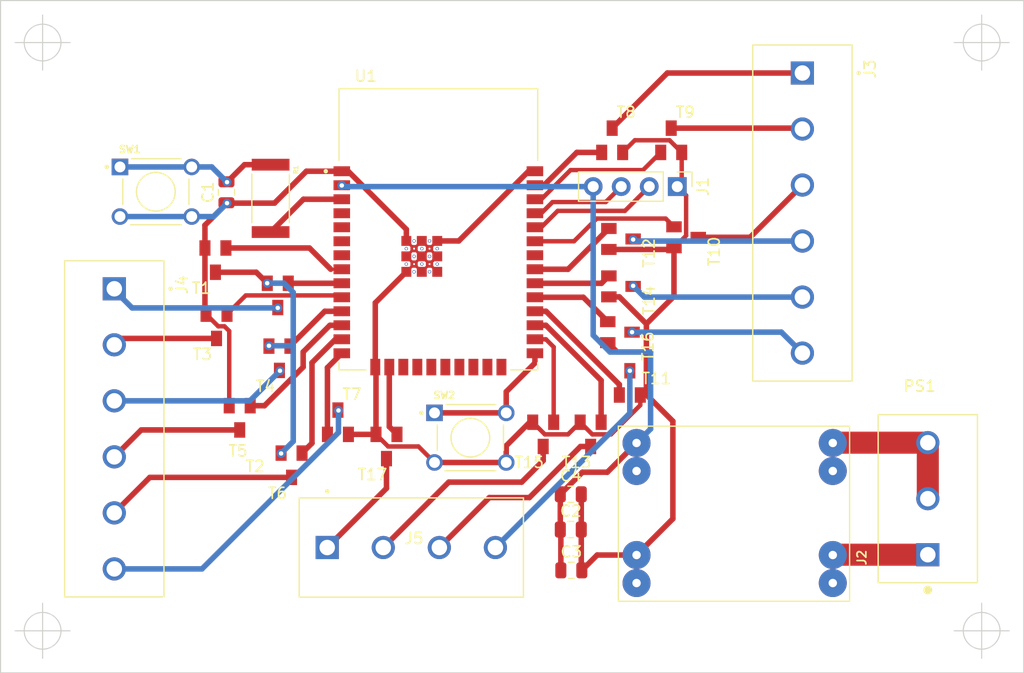
<source format=kicad_pcb>
(kicad_pcb (version 20211014) (generator pcbnew)
  (layers (0 "F.Cu" signal) (31 "B.Cu" signal) (34 "B.Paste" user) (35 "F.Paste" user) (36 "B.SilkS" user "B.Silkscreen") (37 "F.SilkS" user "F.Silkscreen") (38 "B.Mask" user) (39 "F.Mask" user) (44 "Edge.Cuts" user))
  (net 0 "")
  (net 1 "GND")
  (net 2 "Net-(C1-Pad2)")
  (net 3 "r1")
  (net 4 "r2")
  (net 5 "r3")
  (net 6 "r4")
  (net 7 "r5")
  (net 8 "r6")
  (net 9 "o1g")
  (net 10 "o1r")
  (net 11 "o2g")
  (net 12 "o2r")
  (net 13 "o3g")
  (net 14 "o3r")
  (net 15 "g1")
  (net 16 "g2")
  (net 17 "g3")
  (net 18 "g4")
  (net 19 "Net-(R1-Pad2)")
  (net 20 "Net-(SW2-Pad1)")
  (net 21 "Net-(T1-Pad3)")
  (net 22 "Net-(J1-Pad3)")
  (net 23 "Net-(J1-Pad2)")
  (net 24 "Net-(PS1-Pad2a)")
  (net 25 "Net-(T1-Pad1)")
  (net 26 "Net-(T2-Pad1)")
  (net 27 "Net-(T3-Pad1)")
  (net 28 "Net-(T4-Pad1)")
  (net 29 "Net-(T5-Pad1)")
  (net 30 "Net-(T6-Pad1)")
  (net 31 "Net-(T7-Pad1)")
  (net 32 "Net-(T8-Pad1)")
  (net 33 "Net-(T9-Pad1)")
  (net 34 "Net-(T10-Pad1)")
  (net 35 "Net-(T11-Pad1)")
  (net 36 "Net-(T12-Pad1)")
  (net 37 "Net-(T13-Pad1)")
  (net 38 "Net-(T14-Pad1)")
  (net 52 "+3V3")
  (net 53 "Net-(T15-Pad1)")
  (net 54 "Net-(T16-Pad1)")
  (net 55 "Net-(T17-Pad1)")
  (net 60 "Net-(PS1-Pad1a)")
  (footprint "libraries:SOT23" (layer "F.Cu") (at 130.45 101.5675 180)
    (fp_text reference "T15" (at 1.27142 -2.54284) (layer "F.SilkS") (effects (font (size 1.001118 1.001118))))
    (fp_text value "BC848")
    (pad "1" smd rect locked (at -0.95 1.1 180) (size 1 1.4) (layers "F.Cu" "F.Paste" "F.Mask") (net 53 "Net-(T15-Pad1)"))
    (pad "2" smd rect locked (at 0.95 1.1 180) (size 1 1.4) (layers "F.Cu" "F.Paste" "F.Mask") (net 1 "GND"))
    (pad "3" smd rect locked (at 0 -1.1 180) (size 1 1.4) (layers "F.Cu" "F.Paste" "F.Mask") (net 16 "g2"))
  )
  (footprint "libraries:TE_282841-6" (layer "F.Cu") (at 91.5875 101.0675 -90)
    (fp_text reference "J4" (at -13.065 -6.135 90) (layer "F.SilkS"))
    (fp_text value "oranje")
    (fp_line (start 15.24 4.5) (end -15.24 4.5) (layer "F.SilkS") (width 0.127))
    (fp_line (start -15.24 -4.5) (end 15.24 -4.5) (layer "F.SilkS") (width 0.127))
    (fp_line (start -15.24 4.5) (end -15.24 -4.5) (layer "F.SilkS") (width 0.127))
    (fp_line (start 15.24 -4.5) (end 15.24 4.5) (layer "F.SilkS") (width 0.127))
    (fp_circle (center -12.7 -5.1) (end -12.6 -5.1) (layer "F.SilkS") (width 0.2) (fill none))
    (pad "1" thru_hole rect locked (at -12.7 0 270) (size 2.1 2.1) (drill 1.4) (layers *.Cu *.Mask) (net 9 "o1g"))
    (pad "2" thru_hole circle locked (at -7.62 0 270) (size 2.1 2.1) (drill 1.4) (layers *.Cu *.Mask) (net 10 "o1r"))
    (pad "3" thru_hole circle locked (at -2.54 0 270) (size 2.1 2.1) (drill 1.4) (layers *.Cu *.Mask) (net 11 "o2g"))
    (pad "4" thru_hole circle locked (at 2.54 0 270) (size 2.1 2.1) (drill 1.4) (layers *.Cu *.Mask) (net 12 "o2r"))
    (pad "5" thru_hole circle locked (at 7.62 0 270) (size 2.1 2.1) (drill 1.4) (layers *.Cu *.Mask) (net 13 "o3g"))
    (pad "6" thru_hole circle locked (at 12.7 0 270) (size 2.1 2.1) (drill 1.4) (layers *.Cu *.Mask) (net 14 "o3r"))
  )
  (footprint "libraries:SOT23" (layer "F.Cu") (at 102.95 100.0675 180)
    (fp_text reference "T5" (at 0.15 -3) (layer "F.SilkS") (effects (font (size 1.001118 1.001118))))
    (fp_text value "BC848")
    (pad "1" smd rect locked (at -0.95 1.1 180) (size 1 1.4) (layers "F.Cu" "F.Paste" "F.Mask") (net 29 "Net-(T5-Pad1)"))
    (pad "2" smd rect locked (at 0.95 1.1 180) (size 1 1.4) (layers "F.Cu" "F.Paste" "F.Mask") (net 1 "GND"))
    (pad "3" smd rect locked (at 0 -1.1 180) (size 1 1.4) (layers "F.Cu" "F.Paste" "F.Mask") (net 12 "o2r"))
  )
  (footprint "libraries:TE_282841-6" (layer "F.Cu") (at 153.9375 81.5 -90)
    (fp_text reference "J3" (at -13.065 -6.135 90) (layer "F.SilkS"))
    (fp_text value "rood")
    (fp_line (start -15.24 4.5) (end -15.24 -4.5) (layer "F.SilkS") (width 0.127))
    (fp_line (start 15.24 -4.5) (end 15.24 4.5) (layer "F.SilkS") (width 0.127))
    (fp_line (start -15.24 -4.5) (end 15.24 -4.5) (layer "F.SilkS") (width 0.127))
    (fp_line (start 15.24 4.5) (end -15.24 4.5) (layer "F.SilkS") (width 0.127))
    (fp_circle (center -12.7 -5.1) (end -12.6 -5.1) (layer "F.SilkS") (width 0.2) (fill none))
    (pad "1" thru_hole rect locked (at -12.7 0 270) (size 2.1 2.1) (drill 1.4) (layers *.Cu *.Mask) (net 3 "r1"))
    (pad "2" thru_hole circle locked (at -7.62 0 270) (size 2.1 2.1) (drill 1.4) (layers *.Cu *.Mask) (net 4 "r2"))
    (pad "3" thru_hole circle locked (at -2.54 0 270) (size 2.1 2.1) (drill 1.4) (layers *.Cu *.Mask) (net 5 "r3"))
    (pad "4" thru_hole circle locked (at 2.54 0 270) (size 2.1 2.1) (drill 1.4) (layers *.Cu *.Mask) (net 6 "r4"))
    (pad "5" thru_hole circle locked (at 7.62 0 270) (size 2.1 2.1) (drill 1.4) (layers *.Cu *.Mask) (net 7 "r5"))
    (pad "6" thru_hole circle locked (at 12.7 0 270) (size 2.1 2.1) (drill 1.4) (layers *.Cu *.Mask) (net 8 "r6"))
  )
  (footprint "libraries:SOT23" (layer "F.Cu") (at 116.25 102.6675 180)
    (fp_text reference "T17" (at 1.27142 -2.54284) (layer "F.SilkS") (effects (font (size 1.001118 1.001118))))
    (fp_text value "BC848")
    (pad "1" smd rect locked (at -0.95 1.1 180) (size 1 1.4) (layers "F.Cu" "F.Paste" "F.Mask") (net 55 "Net-(T17-Pad1)"))
    (pad "2" smd rect locked (at 0.95 1.1 180) (size 1 1.4) (layers "F.Cu" "F.Paste" "F.Mask") (net 1 "GND"))
    (pad "3" smd rect locked (at 0 -1.1 180) (size 1 1.4) (layers "F.Cu" "F.Paste" "F.Mask") (net 15 "g1"))
  )
  (footprint "Capacitor_SMD:C_0805_2012Metric" (layer "F.Cu") (at 132.95 110.2)
    (fp_text reference "C2" (at 0 -1.68) (layer "F.SilkS"))
    (fp_text value "220u")
    (fp_line (start -0.261252 -0.735) (end 0.261252 -0.735) (layer "F.SilkS") (width 0.12))
    (fp_line (start -0.261252 0.735) (end 0.261252 0.735) (layer "F.SilkS") (width 0.12))
    (pad "1" smd roundrect (at -0.95 0) (size 1 1.45) (layers "F.Cu" "F.Paste" "F.Mask") (net 52 "+3V3"))
    (pad "2" smd roundrect (at 0.95 0) (size 1 1.45) (layers "F.Cu" "F.Paste" "F.Mask") (net 1 "GND"))
  )
  (footprint "libraries:SOT23" (layer "F.Cu") (at 143.4 83.7 -90)
    (fp_text reference "T10" (at 1.27142 -2.54284 90) (layer "F.SilkS") (effects (font (size 1.001118 1.001118))))
    (fp_text value "BC848")
    (pad "1" smd rect locked (at -0.95 1.1 270) (size 1 1.4) (layers "F.Cu" "F.Paste" "F.Mask") (net 34 "Net-(T10-Pad1)"))
    (pad "2" smd rect locked (at 0.95 1.1 270) (size 1 1.4) (layers "F.Cu" "F.Paste" "F.Mask") (net 1 "GND"))
    (pad "3" smd rect locked (at 0 -1.1 270) (size 1 1.4) (layers "F.Cu" "F.Paste" "F.Mask") (net 5 "r3"))
  )
  (footprint "Connector_PinHeader_2.54mm:PinHeader_1x04_P2.54mm_Vertical" (layer "F.Cu") (at 142.6 79.1 -90)
    (fp_text reference "J1" (at 0 -2.33 90) (layer "F.SilkS"))
    (fp_text value "Conn_01x04_Female")
    (fp_line (start -1.33 1.27) (end -1.33 8.95) (layer "F.SilkS") (width 0.12))
    (fp_line (start 1.33 1.27) (end 1.33 8.95) (layer "F.SilkS") (width 0.12))
    (fp_line (start -1.33 0) (end -1.33 -1.33) (layer "F.SilkS") (width 0.12))
    (fp_line (start -1.33 -1.33) (end 0 -1.33) (layer "F.SilkS") (width 0.12))
    (fp_line (start -1.33 8.95) (end 1.33 8.95) (layer "F.SilkS") (width 0.12))
    (fp_line (start -1.33 1.27) (end 1.33 1.27) (layer "F.SilkS") (width 0.12))
    (pad "1" thru_hole rect (at 0 0 270) (size 1.7 1.7) (drill 1) (layers *.Cu *.Mask) (net 1 "GND"))
    (pad "2" thru_hole oval (at 0 2.54 270) (size 1.7 1.7) (drill 1) (layers *.Cu *.Mask) (net 23 "Net-(J1-Pad2)"))
    (pad "3" thru_hole oval (at 0 5.08 270) (size 1.7 1.7) (drill 1) (layers *.Cu *.Mask) (net 22 "Net-(J1-Pad3)"))
    (pad "4" thru_hole oval (at 0 7.62 270) (size 1.7 1.7) (drill 1) (layers *.Cu *.Mask) (net 52 "+3V3"))
  )
  (footprint "libraries:SOT23" (layer "F.Cu") (at 137.5 83.85 -90)
    (fp_text reference "T12" (at 1.27142 -2.54284 90) (layer "F.SilkS") (effects (font (size 1.001118 1.001118))))
    (fp_text value "BC848")
    (pad "1" smd rect locked (at -0.95 1.1 270) (size 1 1.4) (layers "F.Cu" "F.Paste" "F.Mask") (net 36 "Net-(T12-Pad1)"))
    (pad "2" smd rect locked (at 0.95 1.1 270) (size 1 1.4) (layers "F.Cu" "F.Paste" "F.Mask") (net 1 "GND"))
    (pad "3" smd rect locked (at 0 -1.1 270) (size 1 1.4) (layers "F.Cu" "F.Paste" "F.Mask") (net 6 "r4"))
  )
  (footprint "libraries:SOT23" (layer "F.Cu") (at 142.05 74.9)
    (fp_text reference "T9" (at 1.27142 -2.54284) (layer "F.SilkS") (effects (font (size 1.001118 1.001118))))
    (fp_text value "BC848")
    (pad "1" smd rect locked (at -0.95 1.1) (size 1 1.4) (layers "F.Cu" "F.Paste" "F.Mask") (net 33 "Net-(T9-Pad1)"))
    (pad "2" smd rect locked (at 0.95 1.1) (size 1 1.4) (layers "F.Cu" "F.Paste" "F.Mask") (net 1 "GND"))
    (pad "3" smd rect locked (at 0 -1.1) (size 1 1.4) (layers "F.Cu" "F.Paste" "F.Mask") (net 4 "r2"))
  )
  (footprint "libraries:SOT23" (layer "F.Cu") (at 107.65 104.3675 180)
    (fp_text reference "T6" (at 1.27142 -2.54284) (layer "F.SilkS") (effects (font (size 1.001118 1.001118))))
    (fp_text value "BC848")
    (pad "1" smd rect locked (at -0.95 1.1 180) (size 1 1.4) (layers "F.Cu" "F.Paste" "F.Mask") (net 30 "Net-(T6-Pad1)"))
    (pad "2" smd rect locked (at 0.95 1.1 180) (size 1 1.4) (layers "F.Cu" "F.Paste" "F.Mask") (net 21 "Net-(T1-Pad3)"))
    (pad "3" smd rect locked (at 0 -1.1 180) (size 1 1.4) (layers "F.Cu" "F.Paste" "F.Mask") (net 13 "o3g"))
  )
  (footprint "libraries:SOT23" (layer "F.Cu") (at 100.85 91.7675 180)
    (fp_text reference "T3" (at 1.27142 -2.54284) (layer "F.SilkS") (effects (font (size 1.001118 1.001118))))
    (fp_text value "BC848")
    (pad "1" smd rect locked (at -0.95 1.1 180) (size 1 1.4) (layers "F.Cu" "F.Paste" "F.Mask") (net 27 "Net-(T3-Pad1)"))
    (pad "2" smd rect locked (at 0.95 1.1 180) (size 1 1.4) (layers "F.Cu" "F.Paste" "F.Mask") (net 1 "GND"))
    (pad "3" smd rect locked (at 0 -1.1 180) (size 1 1.4) (layers "F.Cu" "F.Paste" "F.Mask") (net 10 "o1r"))
  )
  (footprint "Capacitor_SMD:C_0805_2012Metric" (layer "F.Cu") (at 101.75 79.6175 90)
    (fp_text reference "C1" (at 0 -1.68 90) (layer "F.SilkS"))
    (fp_text value "1u")
    (fp_line (start -0.261252 0.735) (end 0.261252 0.735) (layer "F.SilkS") (width 0.12))
    (fp_line (start -0.261252 -0.735) (end 0.261252 -0.735) (layer "F.SilkS") (width 0.12))
    (pad "1" smd roundrect (at -0.95 0 90) (size 1 1.45) (layers "F.Cu" "F.Paste" "F.Mask") (net 1 "GND"))
    (pad "2" smd roundrect (at 0.95 0 90) (size 1 1.45) (layers "F.Cu" "F.Paste" "F.Mask") (net 2 "Net-(C1-Pad2)"))
  )
  (footprint "libraries:SOT23" (layer "F.Cu") (at 100.75 85.7675 180)
    (fp_text reference "T1" (at 1.27142 -2.54284) (layer "F.SilkS") (effects (font (size 1.001118 1.001118))))
    (fp_text value "signaal oranje")
    (pad "1" smd rect locked (at -0.95 1.1 180) (size 1 1.4) (layers "F.Cu" "F.Paste" "F.Mask") (net 25 "Net-(T1-Pad1)"))
    (pad "2" smd rect locked (at 0.95 1.1 180) (size 1 1.4) (layers "F.Cu" "F.Paste" "F.Mask") (net 1 "GND"))
    (pad "3" smd rect locked (at 0 -1.1 180) (size 1 1.4) (layers "F.Cu" "F.Paste" "F.Mask") (net 21 "Net-(T1-Pad3)"))
  )
  (footprint "Capacitor_SMD:C_0805_2012Metric" (layer "F.Cu") (at 133 113.9)
    (fp_text reference "C3" (at 0 -1.68) (layer "F.SilkS"))
    (fp_text value "22u")
    (fp_line (start -0.261252 0.735) (end 0.261252 0.735) (layer "F.SilkS") (width 0.12))
    (fp_line (start -0.261252 -0.735) (end 0.261252 -0.735) (layer "F.SilkS") (width 0.12))
    (pad "1" smd roundrect (at -0.95 0) (size 1 1.45) (layers "F.Cu" "F.Paste" "F.Mask") (net 52 "+3V3"))
    (pad "2" smd roundrect (at 0.95 0) (size 1 1.45) (layers "F.Cu" "F.Paste" "F.Mask") (net 1 "GND"))
  )
  (footprint "libraries:RESC6332X65N" (layer "F.Cu") (at 105.75 80.1675 -90)
    (fp_text reference "R1" (at -2.59 -2.3 90) (layer "F.SilkS") (effects (font (size 0.393701 0.393701))))
    (fp_text value "10k")
    (fp_line (start -2.2 1.7) (end 2.2 1.7) (layer "F.SilkS") (width 0.127))
    (fp_line (start -2.2 -1.7) (end 2.2 -1.7) (layer "F.SilkS") (width 0.127))
    (pad "1" smd rect locked (at -3.055 0 270) (size 1.07 3.42) (layers "F.Cu" "F.Paste" "F.Mask") (net 2 "Net-(C1-Pad2)"))
    (pad "2" smd rect locked (at 3.055 0 270) (size 1.07 3.42) (layers "F.Cu" "F.Paste" "F.Mask") (net 19 "Net-(R1-Pad2)"))
  )
  (footprint "libraries:SOT23" (layer "F.Cu") (at 137.5 88.15 -90)
    (fp_text reference "T14" (at 1.27142 -2.54284 90) (layer "F.SilkS") (effects (font (size 1.001118 1.001118))))
    (fp_text value "BC848")
    (pad "1" smd rect locked (at -0.95 1.1 270) (size 1 1.4) (layers "F.Cu" "F.Paste" "F.Mask") (net 38 "Net-(T14-Pad1)"))
    (pad "2" smd rect locked (at 0.95 1.1 270) (size 1 1.4) (layers "F.Cu" "F.Paste" "F.Mask") (net 1 "GND"))
    (pad "3" smd rect locked (at 0 -1.1 270) (size 1 1.4) (layers "F.Cu" "F.Paste" "F.Mask") (net 7 "r5"))
  )
  (footprint "libraries:XCVR_ESP32-WROOM-32E_(16MB)" (layer "F.Cu") (at 120.95 82.9675)
    (fp_text reference "U1" (at -6.575 -13.885) (layer "F.SilkS"))
    (fp_text value "ESP32-WROOM-32E_(16MB)")
    (fp_line (start -9 12.75) (end -6.55 12.75) (layer "F.SilkS") (width 0.127))
    (fp_line (start 6.55 12.75) (end 9 12.75) (layer "F.SilkS") (width 0.127))
    (fp_line (start -9 12.1) (end -9 12.75) (layer "F.SilkS") (width 0.127))
    (fp_line (start 9 -12.75) (end 9 -6.25) (layer "F.SilkS") (width 0.127))
    (fp_line (start -9 -12.75) (end 9 -12.75) (layer "F.SilkS") (width 0.127))
    (fp_line (start 9 12.75) (end 9 12.1) (layer "F.SilkS") (width 0.127))
    (fp_line (start -9 -6.25) (end -9 -12.75) (layer "F.SilkS") (width 0.127))
    (fp_circle (center -10.2 -5.26) (end -10.1 -5.26) (layer "F.SilkS") (width 0.2) (fill none))
    (pad "1" smd rect locked (at -8.75 -5.26) (size 1.5 0.9) (layers "F.Cu" "F.Paste" "F.Mask") (net 1 "GND"))
    (pad "2" smd rect locked (at -8.75 -3.99) (size 1.5 0.9) (layers "F.Cu" "F.Paste" "F.Mask") (net 52 "+3V3"))
    (pad "3" smd rect locked (at -8.75 -2.72) (size 1.5 0.9) (layers "F.Cu" "F.Paste" "F.Mask") (net 19 "Net-(R1-Pad2)"))
    (pad "4" smd rect locked (at -8.75 -1.45) (size 1.5 0.9) (layers "F.Cu" "F.Paste" "F.Mask"))
    (pad "5" smd rect locked (at -8.75 -0.18) (size 1.5 0.9) (layers "F.Cu" "F.Paste" "F.Mask"))
    (pad "6" smd rect locked (at -8.75 1.09) (size 1.5 0.9) (layers "F.Cu" "F.Paste" "F.Mask"))
    (pad "7" smd rect locked (at -8.75 2.36) (size 1.5 0.9) (layers "F.Cu" "F.Paste" "F.Mask"))
    (pad "8" smd rect locked (at -8.75 3.63) (size 1.5 0.9) (layers "F.Cu" "F.Paste" "F.Mask") (net 25 "Net-(T1-Pad1)"))
    (pad "9" smd rect locked (at -8.75 4.9) (size 1.5 0.9) (layers "F.Cu" "F.Paste" "F.Mask") (net 26 "Net-(T2-Pad1)"))
    (pad "10" smd rect locked (at -8.75 6.17) (size 1.5 0.9) (layers "F.Cu" "F.Paste" "F.Mask") (net 27 "Net-(T3-Pad1)"))
    (pad "11" smd rect locked (at -8.75 7.44) (size 1.5 0.9) (layers "F.Cu" "F.Paste" "F.Mask") (net 28 "Net-(T4-Pad1)"))
    (pad "12" smd rect locked (at -8.75 8.71) (size 1.5 0.9) (layers "F.Cu" "F.Paste" "F.Mask") (net 29 "Net-(T5-Pad1)"))
    (pad "13" smd rect locked (at -8.75 9.98) (size 1.5 0.9) (layers "F.Cu" "F.Paste" "F.Mask") (net 30 "Net-(T6-Pad1)"))
    (pad "14" smd rect locked (at -8.75 11.25) (size 1.5 0.9) (layers "F.Cu" "F.Paste" "F.Mask") (net 31 "Net-(T7-Pad1)"))
    (pad "15" smd rect locked (at -5.715 12.5) (size 0.9 1.5) (layers "F.Cu" "F.Paste" "F.Mask") (net 1 "GND"))
    (pad "16" smd rect locked (at -4.445 12.5) (size 0.9 1.5) (layers "F.Cu" "F.Paste" "F.Mask") (net 55 "Net-(T17-Pad1)"))
    (pad "17" smd rect locked (at -3.175 12.5) (size 0.9 1.5) (layers "F.Cu" "F.Paste" "F.Mask"))
    (pad "18" smd rect locked (at -1.905 12.5) (size 0.9 1.5) (layers "F.Cu" "F.Paste" "F.Mask"))
    (pad "19" smd rect locked (at -0.635 12.5) (size 0.9 1.5) (layers "F.Cu" "F.Paste" "F.Mask"))
    (pad "20" smd rect locked (at 0.635 12.5) (size 0.9 1.5) (layers "F.Cu" "F.Paste" "F.Mask"))
    (pad "21" smd rect locked (at 1.905 12.5) (size 0.9 1.5) (layers "F.Cu" "F.Paste" "F.Mask"))
    (pad "22" smd rect locked (at 3.175 12.5) (size 0.9 1.5) (layers "F.Cu" "F.Paste" "F.Mask"))
    (pad "23" smd rect locked (at 4.445 12.5) (size 0.9 1.5) (layers "F.Cu" "F.Paste" "F.Mask"))
    (pad "24" smd rect locked (at 5.715 12.5) (size 0.9 1.5) (layers "F.Cu" "F.Paste" "F.Mask"))
    (pad "25" smd rect locked (at 8.75 11.25) (size 1.5 0.9) (layers "F.Cu" "F.Paste" "F.Mask") (net 20 "Net-(SW2-Pad1)"))
    (pad "26" smd rect locked (at 8.75 9.98) (size 1.5 0.9) (layers "F.Cu" "F.Paste" "F.Mask") (net 53 "Net-(T15-Pad1)"))
    (pad "27" smd rect locked (at 8.75 8.71) (size 1.5 0.9) (layers "F.Cu" "F.Paste" "F.Mask") (net 37 "Net-(T13-Pad1)"))
    (pad "28" smd rect locked (at 8.75 7.44) (size 1.5 0.9) (layers "F.Cu" "F.Paste" "F.Mask") (net 35 "Net-(T11-Pad1)"))
    (pad "29" smd rect locked (at 8.75 6.17) (size 1.5 0.9) (layers "F.Cu" "F.Paste" "F.Mask") (net 54 "Net-(T16-Pad1)"))
    (pad "30" smd rect locked (at 8.75 4.9) (size 1.5 0.9) (layers "F.Cu" "F.Paste" "F.Mask") (net 38 "Net-(T14-Pad1)"))
    (pad "31" smd rect locked (at 8.75 3.63) (size 1.5 0.9) (layers "F.Cu" "F.Paste" "F.Mask") (net 36 "Net-(T12-Pad1)"))
    (pad "32" smd rect locked (at 8.75 2.36) (size 1.5 0.9) (layers "F.Cu" "F.Paste" "F.Mask"))
    (pad "33" smd rect locked (at 8.75 1.09) (size 1.5 0.9) (layers "F.Cu" "F.Paste" "F.Mask") (net 34 "Net-(T10-Pad1)"))
    (pad "34" smd rect locked (at 8.75 -0.18) (size 1.5 0.9) (layers "F.Cu" "F.Paste" "F.Mask") (net 23 "Net-(J1-Pad2)"))
    (pad "35" smd rect locked (at 8.75 -1.45) (size 1.5 0.9) (layers "F.Cu" "F.Paste" "F.Mask") (net 22 "Net-(J1-Pad3)"))
    (pad "36" smd rect locked (at 8.75 -2.72) (size 1.5 0.9) (layers "F.Cu" "F.Paste" "F.Mask") (net 33 "Net-(T9-Pad1)"))
    (pad "37" smd rect locked (at 8.75 -3.99) (size 1.5 0.9) (layers "F.Cu" "F.Paste" "F.Mask") (net 32 "Net-(T8-Pad1)"))
    (pad "38" smd rect locked (at 8.75 -5.26) (size 1.5 0.9) (layers "F.Cu" "F.Paste" "F.Mask") (net 1 "GND"))
    (pad "39_1" smd rect locked (at -2.9 1.06) (size 0.9 0.9) (layers "F.Cu" "F.Paste" "F.Mask") (net 1 "GND"))
    (pad "39_2" smd rect locked (at -1.5 1.06) (size 0.9 0.9) (layers "F.Cu" "F.Paste" "F.Mask") (net 1 "GND"))
    (pad "39_3" smd rect locked (at -0.1 1.06) (size 0.9 0.9) (layers "F.Cu" "F.Paste" "F.Mask") (net 1 "GND"))
    (pad "39_4" smd rect locked (at -2.9 2.46) (size 0.9 0.9) (layers "F.Cu" "F.Paste" "F.Mask") (net 1 "GND"))
    (pad "39_5" smd rect locked (at -1.5 2.46) (size 0.9 0.9) (layers "F.Cu" "F.Paste" "F.Mask") (net 1 "GND"))
    (pad "39_6" smd rect locked (at -0.1 2.46) (size 0.9 0.9) (layers "F.Cu" "F.Paste" "F.Mask") (net 1 "GND"))
    (pad "39_7" smd rect locked (at -2.9 3.86) (size 0.9 0.9) (layers "F.Cu" "F.Paste" "F.Mask") (net 1 "GND"))
    (pad "39_8" smd rect locked (at -1.5 3.86) (size 0.9 0.9) (layers "F.Cu" "F.Paste" "F.Mask") (net 1 "GND"))
    (pad "39_9" smd rect locked (at -0.1 3.86) (size 0.9 0.9) (layers "F.Cu" "F.Paste" "F.Mask") (net 1 "GND"))
    (pad "39_10" thru_hole circle locked (at -2.2 1.06) (size 0.3 0.3) (drill 0.2) (layers *.Cu))
    (pad "39_11" thru_hole circle locked (at -0.8 1.06) (size 0.3 0.3) (drill 0.2) (layers *.Cu))
    (pad "39_12" thru_hole circle locked (at -2.9 1.76) (size 0.3 0.3) (drill 0.2) (layers *.Cu))
    (pad "39_13" thru_hole circle locked (at -1.5 1.76) (size 0.3 0.3) (drill 0.2) (layers *.Cu))
    (pad "39_14" thru_hole circle locked (at -0.1 1.76) (size 0.3 0.3) (drill 0.2) (layers *.Cu))
    (pad "39_15" thru_hole circle locked (at -2.2 2.46) (size 0.3 0.3) (drill 0.2) (layers *.Cu))
    (pad "39_16" thru_hole circle locked (at -0.8 2.46) (size 0.3 0.3) (drill 0.2) (layers *.Cu))
    (pad "39_17" thru_hole circle locked (at -2.9 3.16) (size 0.3 0.3) (drill 0.2) (layers *.Cu))
    (pad "39_18" thru_hole circle locked (at -1.5 3.16) (size 0.3 0.3) (drill 0.2) (layers *.Cu))
    (pad "39_19" thru_hole circle locked (at -0.1 3.16) (size 0.3 0.3) (drill 0.2) (layers *.Cu))
    (pad "39_20" thru_hole circle locked (at -2.2 3.86) (size 0.3 0.3) (drill 0.2) (layers *.Cu))
    (pad "39_21" thru_hole circle locked (at -0.8 3.86) (size 0.3 0.3) (drill 0.2) (layers *.Cu))
  )
  (footprint "libraries:SOT23" (layer "F.Cu") (at 106.4 88.9675 180)
    (fp_text reference "T2" (at 2.05 -15.5) (layer "F.SilkS") (effects (font (size 1.001118 1.001118))))
    (fp_text value "BC848")
    (pad "1" smd rect locked (at -0.95 1.1 180) (size 1 1.4) (layers "F.Cu" "F.Paste" "F.Mask") (net 26 "Net-(T2-Pad1)"))
    (pad "2" smd rect locked (at 0.95 1.1 180) (size 1 1.4) (layers "F.Cu" "F.Paste" "F.Mask") (net 21 "Net-(T1-Pad3)"))
    (pad "3" smd rect locked (at 0 -1.1 180) (size 1 1.4) (layers "F.Cu" "F.Paste" "F.Mask") (net 9 "o1g"))
  )
  (footprint "libraries:TE_282841-3" (layer "F.Cu") (at 165.3 107.4 90)
    (fp_text reference "J2" (at -5.342035 -5.977995 90) (layer "F.SilkS") (effects (font (size 0.801205 0.801205))))
    (fp_text value "12V DC")
    (fp_line (start 7.62 -4.5) (end -7.62 -4.5) (layer "F.SilkS") (width 0.127))
    (fp_line (start -7.62 4.5) (end 7.62 4.5) (layer "F.SilkS") (width 0.127))
    (fp_line (start 7.62 4.5) (end 7.62 -4.5) (layer "F.SilkS") (width 0.127))
    (fp_line (start -7.62 -4.5) (end -7.62 4.5) (layer "F.SilkS") (width 0.127))
    (fp_circle (center -8.28 0) (end -8.08 0) (layer "F.SilkS") (width 0.4) (fill none))
    (pad "1" thru_hole rect locked (at -5.08 0 90) (size 2.1 2.1) (drill 1.4) (layers *.Cu *.Mask) (net 24 "Net-(PS1-Pad2a)"))
    (pad "2" thru_hole circle locked (at 0 0 90) (size 2.1 2.1) (drill 1.4) (layers *.Cu *.Mask) (net 60 "Net-(PS1-Pad1a)"))
    (pad "3" thru_hole circle locked (at 5.08 0 90) (size 2.1 2.1) (drill 1.4) (layers *.Cu *.Mask) (net 60 "Net-(PS1-Pad1a)"))
  )
  (footprint "Capacitor_SMD:C_0805_2012Metric" (layer "F.Cu") (at 132.95 107)
    (fp_text reference "C4" (at 0 -1.68) (layer "F.SilkS"))
    (fp_text value "0.1u")
    (fp_line (start -0.261252 -0.735) (end 0.261252 -0.735) (layer "F.SilkS") (width 0.12))
    (fp_line (start -0.261252 0.735) (end 0.261252 0.735) (layer "F.SilkS") (width 0.12))
    (pad "1" smd roundrect (at -0.95 0) (size 1 1.45) (layers "F.Cu" "F.Paste" "F.Mask") (net 52 "+3V3"))
    (pad "2" smd roundrect (at 0.95 0) (size 1 1.45) (layers "F.Cu" "F.Paste" "F.Mask") (net 1 "GND"))
  )
  (footprint "libraries:SOT23" (layer "F.Cu") (at 138.3 96.9)
    (fp_text reference "T11" (at 2.4 -0.4) (layer "F.SilkS") (effects (font (size 1.001118 1.001118))))
    (fp_text value "BC848")
    (pad "1" smd rect locked (at -0.95 1.1) (size 1 1.4) (layers "F.Cu" "F.Paste" "F.Mask") (net 35 "Net-(T11-Pad1)"))
    (pad "2" smd rect locked (at 0.95 1.1) (size 1 1.4) (layers "F.Cu" "F.Paste" "F.Mask") (net 1 "GND"))
    (pad "3" smd rect locked (at 0 -1.1) (size 1 1.4) (layers "F.Cu" "F.Paste" "F.Mask") (net 18 "g4"))
  )
  (footprint "libraries:SOT23" (layer "F.Cu") (at 137.4 92.3 -90)
    (fp_text reference "T16" (at 1.27142 -2.54284 90) (layer "F.SilkS") (effects (font (size 1.001118 1.001118))))
    (fp_text value "BC848")
    (pad "1" smd rect locked (at -0.95 1.1 270) (size 1 1.4) (layers "F.Cu" "F.Paste" "F.Mask") (net 54 "Net-(T16-Pad1)"))
    (pad "2" smd rect locked (at 0.95 1.1 270) (size 1 1.4) (layers "F.Cu" "F.Paste" "F.Mask") (net 1 "GND"))
    (pad "3" smd rect locked (at 0 -1.1 270) (size 1 1.4) (layers "F.Cu" "F.Paste" "F.Mask") (net 8 "r6"))
  )
  (footprint "libraries:SOT23" (layer "F.Cu") (at 111.85 100.4675)
    (fp_text reference "T7" (at 1.27142 -2.54284) (layer "F.SilkS") (effects (font (size 1.001118 1.001118))))
    (fp_text value "BC848")
    (pad "1" smd rect locked (at -0.95 1.1) (size 1 1.4) (layers "F.Cu" "F.Paste" "F.Mask") (net 31 "Net-(T7-Pad1)"))
    (pad "2" smd rect locked (at 0.95 1.1) (size 1 1.4) (layers "F.Cu" "F.Paste" "F.Mask") (net 1 "GND"))
    (pad "3" smd rect locked (at 0 -1.1) (size 1 1.4) (layers "F.Cu" "F.Paste" "F.Mask") (net 14 "o3r"))
  )
  (footprint "libraries:TE_282841-4" (layer "F.Cu") (at 118.75 111.5)
    (fp_text reference "J5" (at 0 -0.5 unlocked) (layer "F.SilkS"))
    (fp_text value "groen")
    (fp_line (start -10.41 -4.17) (end 9.91 -4.17) (layer "F.SilkS") (width 0.127))
    (fp_line (start 9.91 4.83) (end -10.41 4.83) (layer "F.SilkS") (width 0.127))
    (fp_line (start 9.91 -4.17) (end 9.91 4.83) (layer "F.SilkS") (width 0.127))
    (fp_line (start -10.41 4.83) (end -10.41 -4.17) (layer "F.SilkS") (width 0.127))
    (fp_circle (center -7.87 -4.77) (end -7.77 -4.77) (layer "F.SilkS") (width 0.2) (fill none))
    (pad "1" thru_hole rect (at -7.87 0.33) (size 2.1 2.1) (drill 1.4) (layers *.Cu *.Mask) (net 15 "g1"))
    (pad "2" thru_hole circle (at -2.79 0.33) (size 2.1 2.1) (drill 1.4) (layers *.Cu *.Mask) (net 16 "g2"))
    (pad "3" thru_hole circle (at 2.29 0.33) (size 2.1 2.1) (drill 1.4) (layers *.Cu *.Mask) (net 17 "g3"))
    (pad "4" thru_hole circle (at 7.37 0.33) (size 2.1 2.1) (drill 1.4) (layers *.Cu *.Mask) (net 18 "g4"))
  )
  (footprint "libraries:Buck Converter" (layer "F.Cu") (at 147.8 108.7)
    (fp_text reference "PS1" (at 16.764 -11.509 unlocked) (layer "F.SilkS"))
    (fp_text value "ITX0512SA")
    (fp_rect (start -10.541 -7.874) (end 10.414 8.001) (layer "F.SilkS") (width 0.12) (fill none))
    (pad "1a" thru_hole circle (at 8.89 -6.35) (size 2.54 2.54) (drill 0.762) (layers *.Cu *.Mask) (net 60 "Net-(PS1-Pad1a)"))
    (pad "1b" thru_hole circle (at 8.89 -3.81) (size 2.54 2.54) (drill 0.762) (layers *.Cu *.Mask))
    (pad "2a" thru_hole circle (at 8.89 3.81) (size 2.54 2.54) (drill 0.762) (layers *.Cu *.Mask) (net 24 "Net-(PS1-Pad2a)"))
    (pad "2b" thru_hole circle (at 8.89 6.35) (size 2.54 2.54) (drill 0.762) (layers *.Cu *.Mask))
    (pad "3a" thru_hole circle (at -8.89 -6.35) (size 2.54 2.54) (drill 0.762) (layers *.Cu *.Mask) (net 52 "+3V3"))
    (pad "3b" thru_hole circle (at -8.89 -3.81) (size 2.54 2.54) (drill 0.762) (layers *.Cu *.Mask))
    (pad "4a" thru_hole circle (at -8.89 3.81) (size 2.54 2.54) (drill 0.762) (layers *.Cu *.Mask) (net 1 "GND"))
    (pad "4b" thru_hole circle (at -8.89 6.35) (size 2.54 2.54) (drill 0.762) (layers *.Cu *.Mask))
  )
  (footprint "libraries:SOT23" (layer "F.Cu") (at 136.7 74.9)
    (fp_text reference "T8" (at 1.27142 -2.54284) (layer "F.SilkS") (effects (font (size 1.001118 1.001118))))
    (fp_text value "BC848")
    (pad "1" smd rect locked (at -0.95 1.1) (size 1 1.4) (layers "F.Cu" "F.Paste" "F.Mask") (net 32 "Net-(T8-Pad1)"))
    (pad "2" smd rect locked (at 0.95 1.1) (size 1 1.4) (layers "F.Cu" "F.Paste" "F.Mask") (net 1 "GND"))
    (pad "3" smd rect locked (at 0 -1.1) (size 1 1.4) (layers "F.Cu" "F.Paste" "F.Mask") (net 3 "r1"))
  )
  (footprint "libraries:SOT23" (layer "F.Cu") (at 134.75 101.5675 180)
    (fp_text reference "T13" (at 1.27142 -2.54284) (layer "F.SilkS") (effects (font (size 1.001118 1.001118))))
    (fp_text value "BC848")
    (pad "1" smd rect locked (at -0.95 1.1 180) (size 1 1.4) (layers "F.Cu" "F.Paste" "F.Mask") (net 37 "Net-(T13-Pad1)"))
    (pad "2" smd rect locked (at 0.95 1.1 180) (size 1 1.4) (layers "F.Cu" "F.Paste" "F.Mask") (net 1 "GND"))
    (pad "3" smd rect locked (at 0 -1.1 180) (size 1 1.4) (layers "F.Cu" "F.Paste" "F.Mask") (net 17 "g3"))
  )
  (footprint "libraries:SOT23" (layer "F.Cu") (at 106.55 94.6675 180)
    (fp_text reference "T4" (at 1.27142 -2.54284) (layer "F.SilkS") (effects (font (size 1.001118 1.001118))))
    (fp_text value "BC848")
    (pad "1" smd rect locked (at -0.95 1.1 180) (size 1 1.4) (layers "F.Cu" "F.Paste" "F.Mask") (net 28 "Net-(T4-Pad1)"))
    (pad "2" smd rect locked (at 0.95 1.1 180) (size 1 1.4) (layers "F.Cu" "F.Paste" "F.Mask") (net 21 "Net-(T1-Pad3)"))
    (pad "3" smd rect locked (at 0 -1.1 180) (size 1 1.4) (layers "F.Cu" "F.Paste" "F.Mask") (net 11 "o2g"))
  )
  (footprint "libraries:SW_1825910-6-4" (layer "F.Cu") (at 123.85 101.8675)
    (fp_text reference "SW2" (at -2.3627 -3.844398) (layer "F.SilkS") (effects (font (size 0.630643 0.630643))))
    (fp_text value "BOOT")
    (fp_line (start 2.3 2.995) (end -2.3 2.995) (layer "F.SilkS") (width 0.127))
    (fp_line (start 3 -1.15) (end 3 1.15) (layer "F.SilkS") (width 0.127))
    (fp_line (start -2.2 -2.995) (end 2.3 -2.995) (layer "F.SilkS") (width 0.127))
    (fp_line (start -2.995 -1.15) (end -2.995 1.15) (layer "F.SilkS") (width 0.127))
    (fp_circle (center -4.445 -2.25) (end -4.345 -2.25) (layer "F.SilkS") (width 0.2) (fill none))
    (fp_circle (center 0 0) (end 1.755 0) (layer "F.SilkS") (width 0.127) (fill none))
    (pad "1" thru_hole rect locked (at -3.25 -2.25) (size 1.498 1.498) (drill 0.99) (layers *.Cu *.Mask) (net 20 "Net-(SW2-Pad1)"))
    (pad "2" thru_hole circle locked (at 3.25 -2.25) (size 1.498 1.498) (drill 0.99) (layers *.Cu *.Mask) (net 20 "Net-(SW2-Pad1)"))
    (pad "3" thru_hole circle locked (at -3.25 2.25) (size 1.498 1.498) (drill 0.99) (layers *.Cu *.Mask) (net 1 "GND"))
    (pad "4" thru_hole circle locked (at 3.25 2.25) (size 1.498 1.498) (drill 0.99) (layers *.Cu *.Mask) (net 1 "GND"))
  )
  (footprint "libraries:SW_1825910-6-4" (layer "F.Cu") (at 95.35 79.5675)
    (fp_text reference "SW1" (at -2.3627 -3.844398) (layer "F.SilkS") (effects (font (size 0.630643 0.630643))))
    (fp_text value "ENABLE")
    (fp_line (start 3 -1.15) (end 3 1.15) (layer "F.SilkS") (width 0.127))
    (fp_line (start -2.995 -1.15) (end -2.995 1.15) (layer "F.SilkS") (width 0.127))
    (fp_line (start 2.3 2.995) (end -2.3 2.995) (layer "F.SilkS") (width 0.127))
    (fp_line (start -2.2 -2.995) (end 2.3 -2.995) (layer "F.SilkS") (width 0.127))
    (fp_circle (center -4.445 -2.25) (end -4.345 -2.25) (layer "F.SilkS") (width 0.2) (fill none))
    (fp_circle (center 0 0) (end 1.755 0) (layer "F.SilkS") (width 0.127) (fill none))
    (pad "1" thru_hole rect locked (at -3.25 -2.25) (size 1.498 1.498) (drill 0.99) (layers *.Cu *.Mask) (net 2 "Net-(C1-Pad2)"))
    (pad "2" thru_hole circle locked (at 3.25 -2.25) (size 1.498 1.498) (drill 0.99) (layers *.Cu *.Mask) (net 2 "Net-(C1-Pad2)"))
    (pad "3" thru_hole circle locked (at -3.25 2.25) (size 1.498 1.498) (drill 0.99) (layers *.Cu *.Mask) (net 1 "GND"))
    (pad "4" thru_hole circle locked (at 3.25 2.25) (size 1.498 1.498) (drill 0.99) (layers *.Cu *.Mask) (net 1 "GND"))
  )
  (gr_rect (start 81.28 62.23) (end 173.99 123.19) (layer "Edge.Cuts") (width 0.1) (fill none))
  (target plus (at 85.09 119.38) (size 5) (width 0.1) (layer "Edge.Cuts"))
  (target plus (at 170.18 66.04) (size 5) (width 0.1) (layer "Edge.Cuts"))
  (target plus (at 85.09 66.04) (size 5) (width 0.1) (layer "Edge.Cuts"))
  (target plus (at 170.18 119.38) (size 5) (width 0.1) (layer "Edge.Cuts"))
  (segment (start 130.599511 101.567011) (end 132.700489 101.567011) (width 0.4) (layer "F.Cu") (net 1))
  (segment (start 120.85 85.4275) (end 120.355479 85.922021) (width 0.25) (layer "F.Cu") (net 1))
  (segment (start 137.15 94.1) (end 139.8 94.1) (width 0.5) (layer "F.Cu") (net 1))
  (segment (start 118.955479 84.931697) (end 118.954838 84.932338) (width 0.25) (layer "F.Cu") (net 1))
  (segment (start 120.85 85.4275) (end 120.354838 85.922662) (width 0.25) (layer "F.Cu") (net 1))
  (segment (start 119.944521 85.922021) (end 119.45 85.4275) (width 0.25) (layer "F.Cu") (net 1))
  (segment (start 119.45 85.4275) (end 119.944521 84.932979) (width 0.25) (layer "F.Cu") (net 1))
  (segment (start 142.6 79.1) (end 143.4 79.9) (width 0.4) (layer "F.Cu") (net 1))
  (segment (start 129.2325 100.4675) (end 127.1 102.6) (width 0.5) (layer "F.Cu") (net 1))
  (segment (start 99.8 82.6) (end 99.8 84.6675) (width 0.5) (layer "F.Cu") (net 1))
  (segment (start 120.355479 84.932979) (end 120.85 85.4275) (width 0.25) (layer "F.Cu") (net 1))
  (segment (start 99.9 90.6675) (end 101.000489 91.767989) (width 0.4) (layer "F.Cu") (net 1))
  (segment (start 118.955479 84.522021) (end 118.955479 84.931697) (width 0.25) (layer "F.Cu") (net 1))
  (segment (start 118.955479 84.522021) (end 119.45 84.0275) (width 0.25) (layer "F.Cu") (net 1))
  (segment (start 101.8 80.6) (end 99.8 82.6) (width 0.5) (layer "F.Cu") (net 1))
  (segment (start 118.05 84.05) (end 118.3 84.3) (width 0.25) (layer "F.Cu") (net 1))
  (segment (start 129.7 77.7075) (end 129.120978 77.7075) (width 0.5) (layer "F.Cu") (net 1))
  (segment (start 112.2 77.7075) (end 108.9925 77.7075) (width 0.5) (layer "F.Cu") (net 1))
  (segment (start 133.9 113.85) (end 133.95 113.9) (width 0.25) (layer "F.Cu") (net 1))
  (segment (start 112.8 101.5675) (end 115.3 101.5675) (width 0.5) (layer "F.Cu") (net 1))
  (segment (start 118.954838 85.922662) (end 118.954838 86.332338) (width 0.25) (layer "F.Cu") (net 1))
  (segment (start 137.65 76) (end 138.749511 74.900489) (width 0.4) (layer "F.Cu") (net 1))
  (segment (start 119.45 84.0275) (end 119.944521 84.522021) (width 0.25) (layer "F.Cu") (net 1))
  (segment (start 143.4 83.55) (end 142.3 84.65) (width 0.4) (layer "F.Cu") (net 1))
  (segment (start 135.34 112.51) (end 133.95 113.9) (width 0.5) (layer "F.Cu") (net 1))
  (segment (start 137.35 89.1) (end 139.8 91.55) (width 0.5) (layer "F.Cu") (net 1))
  (segment (start 120.355479 84.522021) (end 120.85 84.0275) (width 0.25) (layer "F.Cu") (net 1))
  (segment (start 119.45 85.4275) (end 118.954838 85.922662) (width 0.25) (layer "F.Cu") (net 1))
  (segment (start 136.3 93.25) (end 137.15 94.1) (width 0.5) (layer "F.Cu") (net 1))
  (segment (start 102 92.2) (end 102 98.9675) (width 0.4) (layer "F.Cu") (net 1))
  (segment (start 118.545162 84.932338) (end 118.545162 84.522021) (width 0.25) (layer "F.Cu") (net 1))
  (segment (start 119.944521 84.522021) (end 120.355479 84.522021) (width 0.25) (layer "F.Cu") (net 1))
  (segment (start 118.05 82.978478) (end 112.779022 77.7075) (width 0.5) (layer "F.Cu") (net 1))
  (segment (start 118.954838 84.932338) (end 119.45 85.4275) (width 0.25) (layer "F.Cu") (net 1))
  (segment (start 133.9 110.2) (end 133.9 107) (width 0.5) (layer "F.Cu") (net 1))
  (segment (start 99.8 84.6675) (end 99.8 90.5675) (width 0.5) (layer "F.Cu") (net 1))
  (segment (start 115.235 95.4675) (end 115.235 89.6425) (width 0.5) (layer "F.Cu") (net 1))
  (segment (start 118.05 84.0275) (end 118.05 84.05) (width 0.25) (layer "F.Cu") (net 1))
  (segment (start 118.545162 86.332338) (end 118.05 86.8275) (width 0.25) (layer "F.Cu") (net 1))
  (segment (start 119.945162 86.332338) (end 120.354838 86.332338) (width 0.25) (layer "F.Cu") (net 1))
  (segment (start 119.149511 102.667011) (end 116.399511 102.667011) (width 0.4) (layer "F.Cu") (net 1))
  (segment (start 139.8 98) (end 139.8 94.1) (width 0.5) (layer "F.Cu") (net 1))
  (segment (start 139.825 98) (end 142.2 100.375) (width 0.5) (layer "F.Cu") (net 1))
  (segment (start 120.6 104.1175) (end 127.1 104.1175) (width 0.5) (layer "F.Cu") (net 1))
  (segment (start 112.779022 77.7075) (end 112.2 77.7075) (width 0.5) (layer "F.Cu") (net 1))
  (segment (start 143 78.7) (end 142.6 79.1) (width 0.4) (layer "F.Cu") (net 1))
  (segment (start 139.25 98) (end 139.825 98) (width 0.5) (layer "F.Cu") (net 1))
  (segment (start 118.954838 86.332338) (end 118.545162 86.332338) (width 0.25) (layer "F.Cu") (net 1))
  (segment (start 142.2 100.375) (end 142.2 109.22) (width 0.5) (layer "F.Cu") (net 1))
  (segment (start 108.9925 77.7075) (end 106.1 80.6) (width 0.5) (layer "F.Cu") (net 1))
  (segment (start 101.000489 91.767989) (end 101.567989 91.767989) (width 0.4) (layer "F.Cu") (net 1))
  (segment (start 122.800978 84.0275) (end 120.85 84.0275) (width 0.5) (layer "F.Cu") (net 1))
  (segment (start 118.05 85.4275) (end 118.545162 84.932338) (width 0.25) (layer "F.Cu") (net 1))
  (segment (start 120.355479 84.522021) (end 120.355479 84.932979) (width 0.25) (layer "F.Cu") (net 1))
  (segment (start 118.545162 85.922662) (end 118.05 85.4275) (width 0.25) (layer "F.Cu") (net 1))
  (segment (start 139.25 98) (end 139.8 98) (width 0.5) (layer "F.Cu") (net 1))
  (segment (start 143.4 79.9) (end 143.4 83.55) (width 0.4) (layer "F.Cu") (net 1))
  (segment (start 115.3 95.5325) (end 115.235 95.4675) (width 0.25) (layer "F.Cu") (net 1))
  (segment (start 106.1 80.6) (end 101.8 80.6) (width 0.5) (layer "F.Cu") (net 1))
  (segment (start 119.944521 84.932979) (end 119.944521 84.522021) (width 0.25) (layer "F.Cu") (net 1))
  (segment (start 129.120978 77.7075) (end 122.800978 84.0275) (width 0.5) (layer "F.Cu") (net 1))
  (segment (start 133.9 110.2) (end 133.9 113.85) (width 0.5) (layer "F.Cu") (net 1))
  (segment (start 120.354838 85.922662) (end 120.354838 86.332338) (width 0.25) (layer "F.Cu") (net 1))
  (segment (start 141.900489 74.900489) (end 143 76) (width 0.4) (layer "F.Cu") (net 1))
  (segment (start 120.354838 86.332338) (end 120.85 86.8275) (width 0.25) (layer "F.Cu") (net 1))
  (segment (start 129.5 100.4675) (end 129.2325 100.4675) (width 0.25) (layer "F.Cu") (net 1))
  (segment (start 119.945162 86.332338) (end 119.945162 85.922662) (width 0.25) (layer "F.Cu") (net 1))
  (segment (start 142.2 109.22) (end 138.91 112.51) (width 0.5) (layer "F.Cu") (net 1))
  (segment (start 136.599511 101.567011) (end 139.25 98.916522) (width 0.4) (layer "F.Cu") (net 1))
  (segment (start 116.399511 102.667011) (end 115.3 101.5675) (width 0.4) (layer "F.Cu") (net 1))
  (segment (start 115.3 101.5675) (end 115.3 95.5325) (width 0.5) (layer "F.Cu") (net 1))
  (segment (start 119.45 86.8275) (end 118.954838 86.332338) (width 0.25) (layer "F.Cu") (net 1))
  (segment (start 136.4 89.1) (end 137.35 89.1) (width 0.5) (layer "F.Cu") (net 1))
  (segment (start 134.899511 101.567011) (end 136.599511 101.567011) (width 0.4) (layer "F.Cu") (net 1))
  (segment (start 118.545162 84.932338) (end 118.954838 84.932338) (width 0.25) (layer "F.Cu") (net 1))
  (segment (start 118.954838 85.922662) (end 118.545162 85.922662) (width 0.25) (layer "F.Cu") (net 1))
  (segment (start 142.3 89.05) (end 142.3 84.65) (width 0.5) (layer "F.Cu") (net 1))
  (segment (start 118.05 84.0275) (end 118.05 82.978478) (width 0.5) (layer "F.Cu") (net 1))
  (segment (start 127.1 102.6) (end 127.1 104.1175) (width 0.5) (layer "F.Cu") (net 1))
  (segment (start 120.6 104.1175) (end 119.149511 102.667011) (width 0.4) (layer "F.Cu") (net 1))
  (segment (start 132.700489 101.567011) (end 133.8 100.4675) (width 0.4) (layer "F.Cu") (net 1))
  (segment (start 118.545162 86.332338) (end 118.545162 85.922662) (width 0.25) (layer "F.Cu") (net 1))
  (segment (start 133.8 100.4675) (end 134.899511 101.567011) (width 0.4) (layer "F.Cu") (net 1))
  (segment (start 142.3 84.65) (end 142.15 84.8) (width 0.25) (layer "F.Cu") (net 1))
  (segment (start 138.749511 74.900489) (end 141.900489 74.900489) (width 0.4) (layer "F.Cu") (net 1))
  (segment (start 118.323141 84.3) (end 118.545162 84.522021) (width 0.25) (layer "F.Cu") (net 1))
  (segment (start 142.15 84.8) (end 136.4 84.8) (width 0.5) (layer "F.Cu") (net 1))
  (segment (start 119.944521 84.932979) (end 120.355479 84.932979) (width 0.25) (layer "F.Cu") (net 1))
  (segment (start 99.8 90.5675) (end 99.9 90.6675) (width 0.25) (layer "F.Cu") (net 1))
  (segment (start 118.545162 84.522021) (end 118.955479 84.522021) (width 0.25) (layer "F.Cu") (net 1))
  (segment (start 139.8 91.55) (end 142.3 89.05) (width 0.5) (layer "F.Cu") (net 1))
  (segment (start 139.8 94.1) (end 139.8 91.55) (width 0.5) (layer "F.Cu") (net 1))
  (segment (start 143 76) (end 143 78.7) (width 0.4) (layer "F.Cu") (net 1))
  (segment (start 129.5 100.4675) (end 130.599511 101.567011) (width 0.4) (layer "F.Cu") (net 1))
  (segment (start 101.567989 91.767989) (end 102 92.2) (width 0.4) (layer "F.Cu") (net 1))
  (segment (start 138.91 112.51) (end 135.34 112.51) (width 0.5) (layer "F.Cu") (net 1))
  (segment (start 115.235 89.6425) (end 118.05 86.8275) (width 0.5) (layer "F.Cu") (net 1))
  (segment (start 119.945162 85.922662) (end 119.944521 85.922021) (width 0.25) (layer "F.Cu") (net 1))
  (segment (start 118.3 84.3) (end 118.323141 84.3) (width 0.25) (layer "F.Cu") (net 1))
  (segment (start 119.45 86.8275) (end 119.945162 86.332338) (width 0.25) (layer "F.Cu") (net 1))
  (segment (start 120.355479 85.922021) (end 119.944521 85.922021) (width 0.25) (layer "F.Cu") (net 1))
  (segment (start 139.25 98.916522) (end 139.25 98) (width 0.4) (layer "F.Cu") (net 1))
  (via (at 101.8 80.6) (size 0.8) (drill 0.4) (layers "F.Cu" "B.Cu") (net 1))
  (segment (start 92.1 81.8175) (end 98.6 81.8175) (width 0.5) (layer "B.Cu") (net 1))
  (segment (start 98.6 81.8175) (end 100.5825 81.8175) (width 0.5) (layer "B.Cu") (net 1))
  (segment (start 100.5825 81.8175) (end 101.8 80.6) (width 0.5) (layer "B.Cu") (net 1))
  (segment (start 101.8 78.7) (end 103.3875 77.1125) (width 0.5) (layer "F.Cu") (net 2))
  (segment (start 103.3875 77.1125) (end 105.75 77.1125) (width 0.5) (layer "F.Cu") (net 2))
  (via (at 101.8 78.7) (size 0.8) (drill 0.4) (layers "F.Cu" "B.Cu") (net 2))
  (segment (start 98.6 77.3175) (end 100.4175 77.3175) (width 0.5) (layer "B.Cu") (net 2))
  (segment (start 100.4175 77.3175) (end 101.8 78.7) (width 0.5) (layer "B.Cu") (net 2))
  (segment (start 98.6 77.3175) (end 92.1 77.3175) (width 0.5) (layer "B.Cu") (net 2))
  (segment (start 141.7 68.8) (end 153.9375 68.8) (width 0.5) (layer "F.Cu") (net 3))
  (segment (start 136.7 73.8) (end 141.7 68.8) (width 0.5) (layer "F.Cu") (net 3))
  (segment (start 142.05 73.8) (end 153.8575 73.8) (width 0.5) (layer "F.Cu") (net 4))
  (segment (start 153.8575 73.8) (end 153.9375 73.88) (width 0.5) (layer "F.Cu") (net 4))
  (segment (start 149.1975 83.7) (end 153.9375 78.96) (width 0.5) (layer "F.Cu") (net 5))
  (segment (start 144.5 83.7) (end 149.1975 83.7) (width 0.5) (layer "F.Cu") (net 5))
  (via (at 138.6 83.9) (size 0.8) (drill 0.4) (layers "F.Cu" "B.Cu") (net 6))
  (segment (start 138.6 83.9) (end 138.74 84.04) (width 0.5) (layer "B.Cu") (net 6))
  (segment (start 138.74 84.04) (end 153.9375 84.04) (width 0.5) (layer "B.Cu") (net 6))
  (via (at 138.6 88.1) (size 0.8) (drill 0.4) (layers "F.Cu" "B.Cu") (net 7))
  (segment (start 139.62 89.12) (end 153.9375 89.12) (width 0.5) (layer "B.Cu") (net 7))
  (segment (start 138.6 88.1) (end 139.62 89.12) (width 0.5) (layer "B.Cu") (net 7))
  (via (at 138.5 92.3) (size 0.8) (drill 0.4) (layers "F.Cu" "B.Cu") (net 8))
  (segment (start 152.0375 92.3) (end 153.9375 94.2) (width 0.5) (layer "B.Cu") (net 8))
  (segment (start 138.5 92.3) (end 152.0375 92.3) (width 0.5) (layer "B.Cu") (net 8))
  (via (at 106.4 90.1) (size 0.8) (drill 0.4) (layers "F.Cu" "B.Cu") (net 9))
  (segment (start 91.5875 88.4875) (end 91.5875 88.3675) (width 0.25) (layer "B.Cu") (net 9))
  (segment (start 93.2 90.1) (end 91.5875 88.4875) (width 0.5) (layer "B.Cu") (net 9))
  (segment (start 106.4 90.1) (end 93.2 90.1) (width 0.5) (layer "B.Cu") (net 9))
  (segment (start 100.85 92.8675) (end 92.1675 92.8675) (width 0.5) (layer "F.Cu") (net 10))
  (segment (start 92.1675 92.8675) (end 91.5875 93.4475) (width 0.25) (layer "F.Cu") (net 10))
  (via (at 106.6 95.8) (size 0.8) (drill 0.4) (layers "F.Cu" "B.Cu") (net 11))
  (segment (start 106.6 95.8) (end 103.8725 98.5275) (width 0.5) (layer "B.Cu") (net 11))
  (segment (start 103.8725 98.5275) (end 91.5875 98.5275) (width 0.5) (layer "B.Cu") (net 11))
  (segment (start 94.0275 101.1675) (end 91.5875 103.6075) (width 0.5) (layer "F.Cu") (net 12))
  (segment (start 102.95 101.1675) (end 94.0275 101.1675) (width 0.5) (layer "F.Cu") (net 12))
  (segment (start 94.8075 105.4675) (end 91.5875 108.6875) (width 0.5) (layer "F.Cu") (net 13))
  (segment (start 107.65 105.4675) (end 94.8075 105.4675) (width 0.5) (layer "F.Cu") (net 13))
  (via (at 111.9 99.4) (size 0.8) (drill 0.4) (layers "F.Cu" "B.Cu") (net 14))
  (segment (start 99.5325 113.7675) (end 91.5875 113.7675) (width 0.5) (layer "B.Cu") (net 14))
  (segment (start 111.9 101.4) (end 99.5325 113.7675) (width 0.5) (layer "B.Cu") (net 14))
  (segment (start 111.9 99.4) (end 111.9 101.4) (width 0.5) (layer "B.Cu") (net 14))
  (segment (start 116.25 103.7675) (end 116.25 106.46) (width 0.5) (layer "F.Cu") (net 15))
  (segment (start 116.25 106.46) (end 110.88 111.83) (width 0.5) (layer "F.Cu") (net 15))
  (segment (start 130.45 103.95) (end 128.5 105.9) (width 0.5) (layer "F.Cu") (net 16))
  (segment (start 128.5 105.9) (end 121.89 105.9) (width 0.5) (layer "F.Cu") (net 16))
  (segment (start 121.89 105.9) (end 115.96 111.83) (width 0.5) (layer "F.Cu") (net 16))
  (segment (start 130.45 102.6675) (end 130.45 103.95) (width 0.5) (layer "F.Cu") (net 16))
  (segment (start 125.57 107.3) (end 121.04 111.83) (width 0.5) (layer "F.Cu") (net 17))
  (segment (start 133.8325 102.6675) (end 129.2 107.3) (width 0.5) (layer "F.Cu") (net 17))
  (segment (start 134.75 102.6675) (end 133.8325 102.6675) (width 0.5) (layer "F.Cu") (net 17))
  (segment (start 129.2 107.3) (end 125.57 107.3) (width 0.5) (layer "F.Cu") (net 17))
  (via (at 138.3 95.8) (size 0.8) (drill 0.4) (layers "F.Cu" "B.Cu") (net 18))
  (segment (start 138.3 95.8) (end 138.3 99.65) (width 0.5) (layer "B.Cu") (net 18))
  (segment (start 138.3 99.65) (end 126.12 111.83) (width 0.5) (layer "B.Cu") (net 18))
  (segment (start 112.2 80.2475) (end 108.725 80.2475) (width 0.5) (layer "F.Cu") (net 19))
  (segment (start 108.725 80.2475) (end 105.75 83.2225) (width 0.5) (layer "F.Cu") (net 19))
  (segment (start 129.7 95.1) (end 129.7 94.2175) (width 0.5) (layer "F.Cu") (net 20))
  (segment (start 127.1 99.6175) (end 127.1 97.7) (width 0.5) (layer "F.Cu") (net 20))
  (segment (start 120.6 99.6175) (end 127.1 99.6175) (width 0.5) (layer "F.Cu") (net 20))
  (segment (start 127.1 97.7) (end 129.7 95.1) (width 0.5) (layer "F.Cu") (net 20))
  (segment (start 105.56625 93.53375) (end 105.6 93.5675) (width 0.25) (layer "F.Cu") (net 21))
  (segment (start 105.45 93.4175) (end 105.56625 93.53375) (width 0.25) (layer "F.Cu") (net 21))
  (segment (start 105.44125 87.85875) (end 105.45 87.8675) (width 0.25) (layer "F.Cu") (net 21))
  (segment (start 104.45 86.8675) (end 105.44125 87.85875) (width 0.5) (layer "F.Cu") (net 21))
  (segment (start 100.75 86.8675) (end 104.45 86.8675) (width 0.5) (layer "F.Cu") (net 21))
  (via (at 106.7 103.3) (size 0.8) (drill 0.4) (layers "F.Cu" "B.Cu") (net 21))
  (via (at 105.44125 87.85875) (size 0.8) (drill 0.4) (layers "F.Cu" "B.Cu") (net 21))
  (via (at 105.6 93.53375) (size 0.8) (drill 0.4) (layers "F.Cu" "B.Cu") (net 21))
  (segment (start 107.8 88.7) (end 107.8 93.53375) (width 0.5) (layer "B.Cu") (net 21))
  (segment (start 105.44125 87.85875) (end 106.95875 87.85875) (width 0.5) (layer "B.Cu") (net 21))
  (segment (start 107.8 93.53375) (end 105.56625 93.53375) (width 0.5) (layer "B.Cu") (net 21))
  (segment (start 106.95875 87.85875) (end 107.8 88.7) (width 0.5) (layer "B.Cu") (net 21))
  (segment (start 107.8 93.53375) (end 107.8 102.2) (width 0.5) (layer "B.Cu") (net 21))
  (segment (start 107.8 102.2) (end 106.7 103.3) (width 0.5) (layer "B.Cu") (net 21))
  (segment (start 130.279022 81.5175) (end 129.7 81.5175) (width 0.4) (layer "F.Cu") (net 22))
  (segment (start 131.296522 80.5) (end 130.279022 81.5175) (width 0.4) (layer "F.Cu") (net 22))
  (segment (start 136.12 80.5) (end 131.296522 80.5) (width 0.4) (layer "F.Cu") (net 22))
  (segment (start 137.52 79.1) (end 136.12 80.5) (width 0.4) (layer "F.Cu") (net 22))
  (segment (start 130.279022 82.7875) (end 129.7 82.7875) (width 0.4) (layer "F.Cu") (net 23))
  (segment (start 137.86 81.3) (end 131.766522 81.3) (width 0.4) (layer "F.Cu") (net 23))
  (segment (start 140.06 79.1) (end 137.86 81.3) (width 0.4) (layer "F.Cu") (net 23))
  (segment (start 131.766522 81.3) (end 130.279022 82.7875) (width 0.4) (layer "F.Cu") (net 23))
  (segment (start 156.72 112.48) (end 156.69 112.51) (width 0.25) (layer "F.Cu") (net 24))
  (segment (start 165.3 112.48) (end 156.72 112.48) (width 2) (layer "F.Cu") (net 24))
  (segment (start 111.2 86.5975) (end 109.27 84.6675) (width 0.5) (layer "F.Cu") (net 25))
  (segment (start 109.27 84.6675) (end 101.7 84.6675) (width 0.5) (layer "F.Cu") (net 25))
  (segment (start 112.2 86.5975) (end 111.2 86.5975) (width 0.25) (layer "F.Cu") (net 25))
  (segment (start 107.35 87.8675) (end 112.2 87.8675) (width 0.5) (layer "F.Cu") (net 26))
  (segment (start 103.499511 88.967989) (end 101.8 90.6675) (width 0.4) (layer "F.Cu") (net 27))
  (segment (start 112.2 89.1375) (end 112.030489 88.967989) (width 0.4) (layer "F.Cu") (net 27))
  (segment (start 112.030489 88.967989) (end 103.499511 88.967989) (width 0.4) (layer "F.Cu") (net 27))
  (segment (start 110.66 90.4075) (end 112.2 90.4075) (width 0.5) (layer "F.Cu") (net 28))
  (segment (start 107.5 93.5675) (end 110.66 90.4075) (width 0.5) (layer "F.Cu") (net 28))
  (segment (start 108.7 94.1) (end 111.1225 91.6775) (width 0.5) (layer "F.Cu") (net 29))
  (segment (start 103.9 98.9675) (end 105.199022 98.9675) (width 0.5) (layer "F.Cu") (net 29))
  (segment (start 108.7 95.466522) (end 108.7 94.1) (width 0.5) (layer "F.Cu") (net 29))
  (segment (start 111.1225 91.6775) (end 112.2 91.6775) (width 0.5) (layer "F.Cu") (net 29))
  (segment (start 105.199022 98.9675) (end 108.7 95.466522) (width 0.5) (layer "F.Cu") (net 29))
  (segment (start 112.2 92.9475) (end 111.620978 92.9475) (width 0.25) (layer "F.Cu") (net 30))
  (segment (start 111.620978 92.9475) (end 109.5 95.068478) (width 0.5) (layer "F.Cu") (net 30))
  (segment (start 109.5 95.068478) (end 109.5 102.3675) (width 0.5) (layer "F.Cu") (net 30))
  (segment (start 109.5 102.3675) (end 108.6 103.2675) (width 0.5) (layer "F.Cu") (net 30))
  (segment (start 110.9 95.5175) (end 112.2 94.2175) (width 0.5) (layer "F.Cu") (net 31))
  (segment (start 110.9 101.5675) (end 110.9 95.5175) (width 0.5) (layer "F.Cu") (net 31))
  (segment (start 130.5225 78.9775) (end 129.7 78.9775) (width 0.5) (layer "F.Cu") (net 32))
  (segment (start 135.75 76) (end 133.5 76) (width 0.5) (layer "F.Cu") (net 32))
  (segment (start 133.5 76) (end 130.5225 78.9775) (width 0.5) (layer "F.Cu") (net 32))
  (segment (start 130.279022 80.2475) (end 129.7 80.2475) (width 0.25) (layer "F.Cu") (net 33))
  (segment (start 139.5 77.6) (end 132.926522 77.6) (width 0.4) (layer "F.Cu") (net 33))
  (segment (start 141.1 76) (end 139.5 77.6) (width 0.4) (layer "F.Cu") (net 33))
  (segment (start 132.926522 77.6) (end 130.279022 80.2475) (width 0.4) (layer "F.Cu") (net 33))
  (segment (start 141.550489 82.000489) (end 135.300489 82.000489) (width 0.4) (layer "F.Cu") (net 34))
  (segment (start 135.300489 82.000489) (end 133.243478 84.0575) (width 0.4) (layer "F.Cu") (net 34))
  (segment (start 133.243478 84.0575) (end 129.7 84.0575) (width 0.4) (layer "F.Cu") (net 34))
  (segment (start 142.3 82.75) (end 141.550489 82.000489) (width 0.4) (layer "F.Cu") (net 34))
  (segment (start 137.35 98) (end 137.35 97.05) (width 0.5) (layer "F.Cu") (net 35))
  (segment (start 137.35 97.05) (end 130.7075 90.4075) (width 0.5) (layer "F.Cu") (net 35))
  (segment (start 130.7075 90.4075) (end 129.7 90.4075) (width 0.5) (layer "F.Cu") (net 35))
  (segment (start 136.4 82.9) (end 132.7025 86.5975) (width 0.5) (layer "F.Cu") (net 36))
  (segment (start 132.7025 86.5975) (end 129.7 86.5975) (width 0.5) (layer "F.Cu") (net 36))
  (segment (start 135.7 100.4675) (end 135.7 96.6775) (width 0.5) (layer "F.Cu") (net 37))
  (segment (start 130.7 91.6775) (end 129.7 91.6775) (width 0.5) (layer "F.Cu") (net 37))
  (segment (start 135.7 96.6775) (end 130.7 91.6775) (width 0.5) (layer "F.Cu") (net 37))
  (segment (start 136.4 87.2) (end 135.7325 87.8675) (width 0.5) (layer "F.Cu") (net 38))
  (segment (start 135.7325 87.8675) (end 129.7 87.8675) (width 0.5) (layer "F.Cu") (net 38))
  (segment (start 132 107) (end 132 110.2) (width 0.5) (layer "F.Cu") (net 52))
  (segment (start 134 105) (end 132 107) (width 0.5) (layer "F.Cu") (net 52))
  (segment (start 132.05 110.25) (end 132 110.2) (width 0.25) (layer "F.Cu") (net 52))
  (segment (start 132.05 113.9) (end 132.05 110.25) (width 0.5) (layer "F.Cu") (net 52))
  (segment (start 136.26 105) (end 134 105) (width 0.5) (layer "F.Cu") (net 52))
  (segment (start 138.91 102.35) (end 136.26 105) (width 0.5) (layer "F.Cu") (net 52))
  (via (at 112.2 79) (size 0.8) (drill 0.4) (layers "F.Cu" "B.Cu") (net 52))
  (segment (start 134.98 79.1) (end 134.98 92.58) (width 0.5) (layer "B.Cu") (net 52))
  (segment (start 140.18 101.08) (end 138.91 102.35) (width 0.5) (layer "B.Cu") (net 52))
  (segment (start 140.18 94.1) (end 140.18 101.08) (width 0.5) (layer "B.Cu") (net 52))
  (segment (start 136.5 94.1) (end 140.18 94.1) (width 0.5) (layer "B.Cu") (net 52))
  (segment (start 134.98 92.58) (end 136.5 94.1) (width 0.5) (layer "B.Cu") (net 52))
  (segment (start 112.3 79.1) (end 134.98 79.1) (width 0.5) (layer "B.Cu") (net 52))
  (segment (start 112.2 79) (end 112.3 79.1) (width 0.25) (layer "B.Cu") (net 52))
  (segment (start 131.4 100.4675) (end 131.4 93.6475) (width 0.4) (layer "F.Cu") (net 53))
  (segment (start 130.7 92.9475) (end 129.7 92.9475) (width 0.4) (layer "F.Cu") (net 53))
  (segment (start 131.4 93.6475) (end 130.7 92.9475) (width 0.4) (layer "F.Cu") (net 53))
  (segment (start 134.0875 89.1375) (end 129.7 89.1375) (width 0.5) (layer "F.Cu") (net 54))
  (segment (start 136.3 91.35) (end 134.0875 89.1375) (width 0.5) (layer "F.Cu") (net 54))
  (segment (start 117.2 101.5675) (end 116.505 100.8725) (width 0.5) (layer "F.Cu") (net 55))
  (segment (start 116.505 100.8725) (end 116.505 95.4675) (width 0.5) (layer "F.Cu") (net 55))
  (segment (start 165.3 107.4) (end 165.3 102.32) (width 2) (layer "F.Cu") (net 60))
  (segment (start 165.3 102.32) (end 156.72 102.32) (width 2) (layer "F.Cu") (net 60))
  (segment (start 156.72 102.32) (end 156.69 102.35) (width 0.25) (layer "F.Cu") (net 60))
)
</source>
